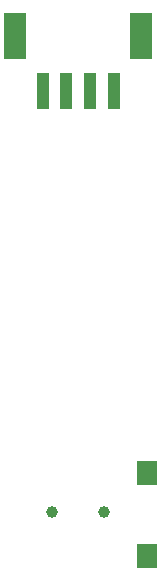
<source format=gbs>
G04 #@! TF.FileFunction,Soldermask,Bot*
%FSLAX46Y46*%
G04 Gerber Fmt 4.6, Leading zero omitted, Abs format (unit mm)*
G04 Created by KiCad (PCBNEW 4.0.0-rc2-stable) date 17/02/2016 11:29:09*
%MOMM*%
G01*
G04 APERTURE LIST*
%ADD10C,0.100000*%
%ADD11C,0.999160*%
%ADD12R,1.700000X2.100000*%
%ADD13R,1.900000X3.900000*%
%ADD14R,1.100000X3.100000*%
G04 APERTURE END LIST*
D10*
D11*
X90288800Y55739640D03*
X94688080Y55739640D03*
D12*
X98325360Y52033900D03*
X98325360Y59033900D03*
D13*
X87176360Y96001900D03*
X97876360Y96001900D03*
D14*
X89526360Y91401900D03*
X91526360Y91401900D03*
X93526360Y91401900D03*
X95526360Y91401900D03*
M02*

</source>
